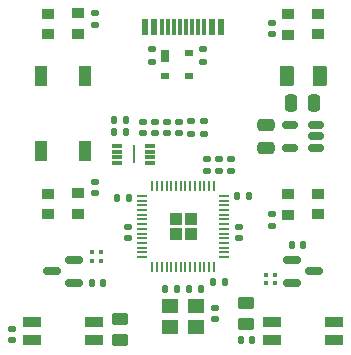
<source format=gbr>
%TF.GenerationSoftware,KiCad,Pcbnew,7.0.1*%
%TF.CreationDate,2023-05-13T23:39:39+01:00*%
%TF.ProjectId,MoonPad,4d6f6f6e-5061-4642-9e6b-696361645f70,rev?*%
%TF.SameCoordinates,Original*%
%TF.FileFunction,Paste,Top*%
%TF.FilePolarity,Positive*%
%FSLAX46Y46*%
G04 Gerber Fmt 4.6, Leading zero omitted, Abs format (unit mm)*
G04 Created by KiCad (PCBNEW 7.0.1) date 2023-05-13 23:39:39*
%MOMM*%
%LPD*%
G01*
G04 APERTURE LIST*
G04 Aperture macros list*
%AMRoundRect*
0 Rectangle with rounded corners*
0 $1 Rounding radius*
0 $2 $3 $4 $5 $6 $7 $8 $9 X,Y pos of 4 corners*
0 Add a 4 corners polygon primitive as box body*
4,1,4,$2,$3,$4,$5,$6,$7,$8,$9,$2,$3,0*
0 Add four circle primitives for the rounded corners*
1,1,$1+$1,$2,$3*
1,1,$1+$1,$4,$5*
1,1,$1+$1,$6,$7*
1,1,$1+$1,$8,$9*
0 Add four rect primitives between the rounded corners*
20,1,$1+$1,$2,$3,$4,$5,0*
20,1,$1+$1,$4,$5,$6,$7,0*
20,1,$1+$1,$6,$7,$8,$9,0*
20,1,$1+$1,$8,$9,$2,$3,0*%
G04 Aperture macros list end*
%ADD10RoundRect,0.140000X0.170000X-0.140000X0.170000X0.140000X-0.170000X0.140000X-0.170000X-0.140000X0*%
%ADD11RoundRect,0.140000X-0.170000X0.140000X-0.170000X-0.140000X0.170000X-0.140000X0.170000X0.140000X0*%
%ADD12RoundRect,0.140000X0.140000X0.170000X-0.140000X0.170000X-0.140000X-0.170000X0.140000X-0.170000X0*%
%ADD13R,1.400000X1.200000*%
%ADD14RoundRect,0.082000X-0.718000X0.328000X-0.718000X-0.328000X0.718000X-0.328000X0.718000X0.328000X0*%
%ADD15RoundRect,0.140000X-0.140000X-0.170000X0.140000X-0.170000X0.140000X0.170000X-0.140000X0.170000X0*%
%ADD16RoundRect,0.135000X0.185000X-0.135000X0.185000X0.135000X-0.185000X0.135000X-0.185000X-0.135000X0*%
%ADD17R,0.600000X1.450000*%
%ADD18R,0.300000X1.450000*%
%ADD19RoundRect,0.150000X-0.587500X-0.150000X0.587500X-0.150000X0.587500X0.150000X-0.587500X0.150000X0*%
%ADD20R,1.000000X0.850000*%
%ADD21RoundRect,0.079500X-0.100500X0.079500X-0.100500X-0.079500X0.100500X-0.079500X0.100500X0.079500X0*%
%ADD22R,0.900000X0.300000*%
%ADD23R,0.250000X1.650000*%
%ADD24RoundRect,0.135000X0.135000X0.185000X-0.135000X0.185000X-0.135000X-0.185000X0.135000X-0.185000X0*%
%ADD25RoundRect,0.250000X0.450000X-0.262500X0.450000X0.262500X-0.450000X0.262500X-0.450000X-0.262500X0*%
%ADD26RoundRect,0.079500X0.100500X-0.079500X0.100500X0.079500X-0.100500X0.079500X-0.100500X-0.079500X0*%
%ADD27RoundRect,0.250000X0.475000X-0.250000X0.475000X0.250000X-0.475000X0.250000X-0.475000X-0.250000X0*%
%ADD28RoundRect,0.250000X0.250000X0.475000X-0.250000X0.475000X-0.250000X-0.475000X0.250000X-0.475000X0*%
%ADD29RoundRect,0.250000X-0.375000X-0.625000X0.375000X-0.625000X0.375000X0.625000X-0.375000X0.625000X0*%
%ADD30RoundRect,0.135000X-0.185000X0.135000X-0.185000X-0.135000X0.185000X-0.135000X0.185000X0.135000X0*%
%ADD31RoundRect,0.250000X-0.292217X-0.292217X0.292217X-0.292217X0.292217X0.292217X-0.292217X0.292217X0*%
%ADD32RoundRect,0.050000X-0.387500X-0.050000X0.387500X-0.050000X0.387500X0.050000X-0.387500X0.050000X0*%
%ADD33RoundRect,0.050000X-0.050000X-0.387500X0.050000X-0.387500X0.050000X0.387500X-0.050000X0.387500X0*%
%ADD34RoundRect,0.150000X0.512500X0.150000X-0.512500X0.150000X-0.512500X-0.150000X0.512500X-0.150000X0*%
%ADD35R,0.700000X1.000000*%
%ADD36R,0.700000X0.600000*%
%ADD37R,1.000000X1.700000*%
%ADD38RoundRect,0.250000X-0.450000X0.262500X-0.450000X-0.262500X0.450000X-0.262500X0.450000X0.262500X0*%
%ADD39RoundRect,0.135000X-0.135000X-0.185000X0.135000X-0.185000X0.135000X0.185000X-0.135000X0.185000X0*%
%ADD40RoundRect,0.150000X0.587500X0.150000X-0.587500X0.150000X-0.587500X-0.150000X0.587500X-0.150000X0*%
G04 APERTURE END LIST*
D10*
%TO.C,C8*%
X148082000Y-96873000D03*
X148082000Y-95913000D03*
%TD*%
D11*
%TO.C,C23*%
X138557000Y-83566000D03*
X138557000Y-84526000D03*
%TD*%
D10*
%TO.C,C9*%
X141351000Y-102588000D03*
X141351000Y-101628000D03*
%TD*%
D12*
%TO.C,C26*%
X151892000Y-111252000D03*
X150932000Y-111252000D03*
%TD*%
D13*
%TO.C,Y1*%
X147150000Y-108370000D03*
X144950000Y-108370000D03*
X144950000Y-110070000D03*
X147150000Y-110070000D03*
%TD*%
D11*
%TO.C,C25*%
X153543000Y-100584000D03*
X153543000Y-101544000D03*
%TD*%
D10*
%TO.C,C14*%
X145669000Y-93698000D03*
X145669000Y-92738000D03*
%TD*%
D14*
%TO.C,D4*%
X153610000Y-111216000D03*
X153610000Y-109716000D03*
X158810000Y-109716000D03*
X158810000Y-111216000D03*
%TD*%
D15*
%TO.C,C6*%
X148618000Y-106299000D03*
X149578000Y-106299000D03*
%TD*%
D16*
%TO.C,R6*%
X143383000Y-87632000D03*
X143383000Y-86612000D03*
%TD*%
D17*
%TO.C,J3*%
X149300000Y-84690000D03*
X148500000Y-84690000D03*
D18*
X147300000Y-84690000D03*
X146300000Y-84690000D03*
X145800000Y-84690000D03*
X144800000Y-84690000D03*
D17*
X143600000Y-84690000D03*
X142800000Y-84690000D03*
X142800000Y-84690000D03*
X143600000Y-84690000D03*
D18*
X144300000Y-84690000D03*
X145300000Y-84690000D03*
X146800000Y-84690000D03*
X147800000Y-84690000D03*
D17*
X148500000Y-84690000D03*
X149300000Y-84690000D03*
%TD*%
D19*
%TO.C,U5*%
X155272500Y-104460000D03*
X155272500Y-106360000D03*
X157147500Y-105410000D03*
%TD*%
D10*
%TO.C,C10*%
X149098000Y-96873000D03*
X149098000Y-95913000D03*
%TD*%
D14*
%TO.C,D1*%
X133290000Y-111216000D03*
X133290000Y-109716000D03*
X138490000Y-109716000D03*
X138490000Y-111216000D03*
%TD*%
D10*
%TO.C,C11*%
X150114000Y-96873000D03*
X150114000Y-95913000D03*
%TD*%
D20*
%TO.C,D3*%
X137190000Y-85330000D03*
X137190000Y-83555000D03*
X134590000Y-83580000D03*
X134590000Y-85330000D03*
%TD*%
D21*
%TO.C,C17*%
X153035000Y-105700000D03*
X153035000Y-106390000D03*
%TD*%
D12*
%TO.C,C2*%
X145514000Y-106934000D03*
X144554000Y-106934000D03*
%TD*%
D10*
%TO.C,C19*%
X131572000Y-111252000D03*
X131572000Y-110292000D03*
%TD*%
D22*
%TO.C,IC1*%
X140459000Y-94754000D03*
X140459000Y-95254000D03*
X140459000Y-95754000D03*
X140459000Y-96254000D03*
X143259000Y-96254000D03*
X143259000Y-95754000D03*
X143259000Y-95254000D03*
X143259000Y-94754000D03*
D23*
X141859000Y-95504000D03*
%TD*%
D24*
%TO.C,R1*%
X141226000Y-92583000D03*
X140206000Y-92583000D03*
%TD*%
D15*
%TO.C,C12*%
X150650000Y-99060000D03*
X151610000Y-99060000D03*
%TD*%
D10*
%TO.C,C15*%
X144653000Y-93698000D03*
X144653000Y-92738000D03*
%TD*%
%TO.C,C20*%
X138557000Y-98806000D03*
X138557000Y-97846000D03*
%TD*%
D12*
%TO.C,C16*%
X141450000Y-99187000D03*
X140490000Y-99187000D03*
%TD*%
D15*
%TO.C,C22*%
X155272800Y-103174800D03*
X156232800Y-103174800D03*
%TD*%
D25*
%TO.C,RLED1*%
X140716000Y-111252000D03*
X140716000Y-109427000D03*
%TD*%
D11*
%TO.C,C3*%
X148717000Y-108486000D03*
X148717000Y-109446000D03*
%TD*%
D26*
%TO.C,R8*%
X138303000Y-104485000D03*
X138303000Y-103795000D03*
%TD*%
D27*
%TO.C,C4*%
X153107602Y-94929997D03*
X153107602Y-93029997D03*
%TD*%
D28*
%TO.C,C1*%
X157105601Y-91185999D03*
X155205601Y-91185999D03*
%TD*%
D15*
%TO.C,C21*%
X138331000Y-106426000D03*
X139291000Y-106426000D03*
%TD*%
D10*
%TO.C,C24*%
X153543000Y-85344000D03*
X153543000Y-84384000D03*
%TD*%
D15*
%TO.C,R9*%
X140236000Y-93599000D03*
X141196000Y-93599000D03*
%TD*%
D20*
%TO.C,D2*%
X137190000Y-100570000D03*
X137190000Y-98795000D03*
X134590000Y-98820000D03*
X134590000Y-100570000D03*
%TD*%
D29*
%TO.C,F1*%
X154810000Y-88900000D03*
X157610000Y-88900000D03*
%TD*%
D10*
%TO.C,C5*%
X142621000Y-93698000D03*
X142621000Y-92738000D03*
%TD*%
D30*
%TO.C,R4*%
X147828000Y-92708000D03*
X147828000Y-93728000D03*
%TD*%
D20*
%TO.C,D6*%
X154910000Y-98820000D03*
X154910000Y-100595000D03*
X157510000Y-100570000D03*
X157510000Y-98820000D03*
%TD*%
D31*
%TO.C,U3*%
X145412500Y-100962500D03*
X145412500Y-102237500D03*
X146687500Y-100962500D03*
X146687500Y-102237500D03*
D32*
X142612500Y-99000000D03*
X142612500Y-99400000D03*
X142612500Y-99800000D03*
X142612500Y-100200000D03*
X142612500Y-100600000D03*
X142612500Y-101000000D03*
X142612500Y-101400000D03*
X142612500Y-101800000D03*
X142612500Y-102200000D03*
X142612500Y-102600000D03*
X142612500Y-103000000D03*
X142612500Y-103400000D03*
X142612500Y-103800000D03*
X142612500Y-104200000D03*
D33*
X143450000Y-105037500D03*
X143850000Y-105037500D03*
X144250000Y-105037500D03*
X144650000Y-105037500D03*
X145050000Y-105037500D03*
X145450000Y-105037500D03*
X145850000Y-105037500D03*
X146250000Y-105037500D03*
X146650000Y-105037500D03*
X147050000Y-105037500D03*
X147450000Y-105037500D03*
X147850000Y-105037500D03*
X148250000Y-105037500D03*
X148650000Y-105037500D03*
D32*
X149487500Y-104200000D03*
X149487500Y-103800000D03*
X149487500Y-103400000D03*
X149487500Y-103000000D03*
X149487500Y-102600000D03*
X149487500Y-102200000D03*
X149487500Y-101800000D03*
X149487500Y-101400000D03*
X149487500Y-101000000D03*
X149487500Y-100600000D03*
X149487500Y-100200000D03*
X149487500Y-99800000D03*
X149487500Y-99400000D03*
X149487500Y-99000000D03*
D33*
X148650000Y-98162500D03*
X148250000Y-98162500D03*
X147850000Y-98162500D03*
X147450000Y-98162500D03*
X147050000Y-98162500D03*
X146650000Y-98162500D03*
X146250000Y-98162500D03*
X145850000Y-98162500D03*
X145450000Y-98162500D03*
X145050000Y-98162500D03*
X144650000Y-98162500D03*
X144250000Y-98162500D03*
X143850000Y-98162500D03*
X143450000Y-98162500D03*
%TD*%
D34*
%TO.C,U6*%
X157347500Y-94930000D03*
X157347500Y-93980000D03*
X157347500Y-93030000D03*
X155072500Y-93030000D03*
X155072500Y-94930000D03*
%TD*%
D35*
%TO.C,D7*%
X144542000Y-87134000D03*
D36*
X144542000Y-88834000D03*
X146542000Y-88834000D03*
X146542000Y-86934000D03*
%TD*%
D20*
%TO.C,D5*%
X154910000Y-83580000D03*
X154910000Y-85355000D03*
X157510000Y-85330000D03*
X157510000Y-83580000D03*
%TD*%
D10*
%TO.C,C7*%
X143637000Y-93698000D03*
X143637000Y-92738000D03*
%TD*%
D37*
%TO.C,SW1*%
X133990000Y-95200000D03*
X133990000Y-88900000D03*
X137790000Y-95200000D03*
X137790000Y-88900000D03*
%TD*%
D30*
%TO.C,R3*%
X146685000Y-92708000D03*
X146685000Y-93728000D03*
%TD*%
D38*
%TO.C,RLED2*%
X151384000Y-108053500D03*
X151384000Y-109878500D03*
%TD*%
D10*
%TO.C,C13*%
X150749000Y-102588000D03*
X150749000Y-101628000D03*
%TD*%
D26*
%TO.C,R7*%
X153797000Y-106390000D03*
X153797000Y-105700000D03*
%TD*%
D39*
%TO.C,R5*%
X146556000Y-106934000D03*
X147576000Y-106934000D03*
%TD*%
D16*
%TO.C,R2*%
X147701000Y-87632000D03*
X147701000Y-86612000D03*
%TD*%
D21*
%TO.C,C18*%
X139065000Y-103795000D03*
X139065000Y-104485000D03*
%TD*%
D40*
%TO.C,U4*%
X136827500Y-106360000D03*
X136827500Y-104460000D03*
X134952500Y-105410000D03*
%TD*%
M02*

</source>
